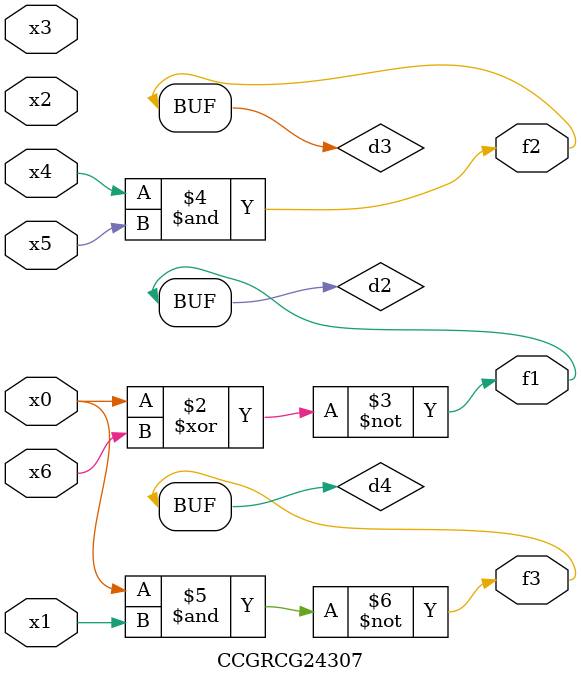
<source format=v>
module CCGRCG24307(
	input x0, x1, x2, x3, x4, x5, x6,
	output f1, f2, f3
);

	wire d1, d2, d3, d4;

	nor (d1, x0);
	xnor (d2, x0, x6);
	and (d3, x4, x5);
	nand (d4, x0, x1);
	assign f1 = d2;
	assign f2 = d3;
	assign f3 = d4;
endmodule

</source>
